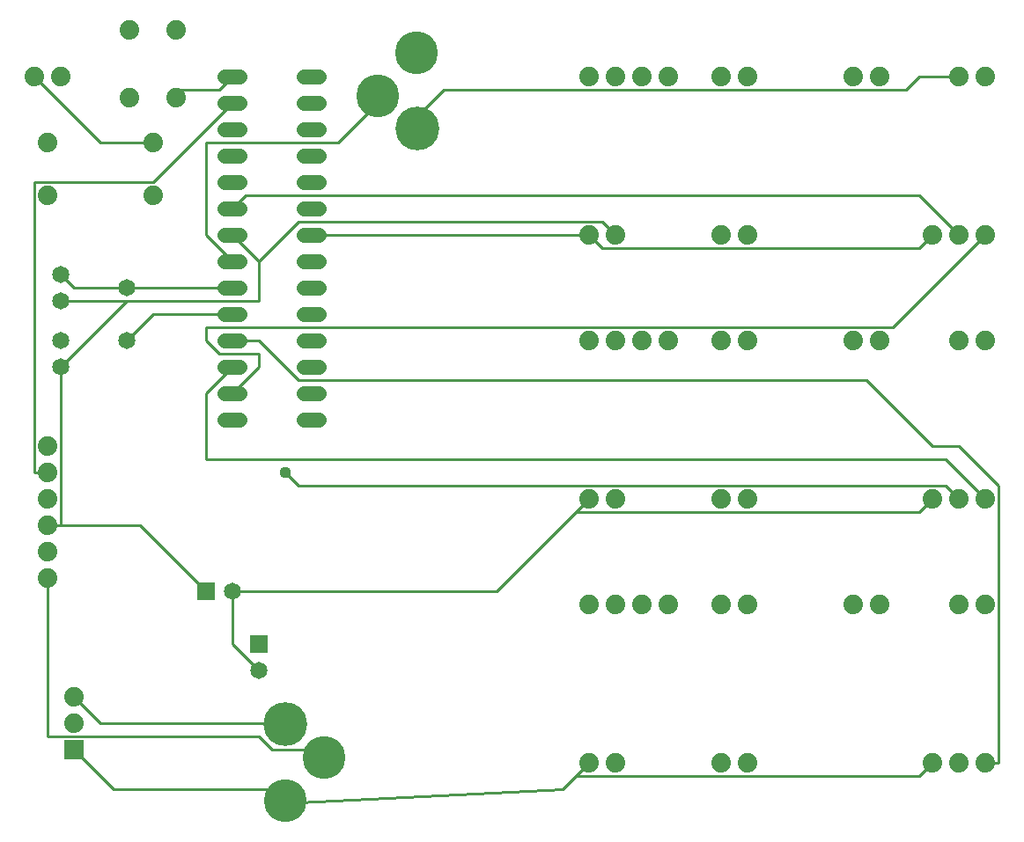
<source format=gbl>
G75*
G70*
%OFA0B0*%
%FSLAX24Y24*%
%IPPOS*%
%LPD*%
%AMOC8*
5,1,8,0,0,1.08239X$1,22.5*
%
%ADD10C,0.0560*%
%ADD11C,0.0650*%
%ADD12C,0.1660*%
%ADD13C,0.1620*%
%ADD14R,0.0740X0.0740*%
%ADD15C,0.0740*%
%ADD16R,0.0650X0.0650*%
%ADD17C,0.0100*%
%ADD18C,0.0440*%
D10*
X008321Y017502D02*
X008881Y017502D01*
X008881Y018502D02*
X008321Y018502D01*
X008321Y019502D02*
X008881Y019502D01*
X008881Y020502D02*
X008321Y020502D01*
X008321Y021502D02*
X008881Y021502D01*
X008881Y022502D02*
X008321Y022502D01*
X008321Y023502D02*
X008881Y023502D01*
X008881Y024502D02*
X008321Y024502D01*
X008321Y025502D02*
X008881Y025502D01*
X008881Y026502D02*
X008321Y026502D01*
X008321Y027502D02*
X008881Y027502D01*
X008881Y028502D02*
X008321Y028502D01*
X008321Y029502D02*
X008881Y029502D01*
X008881Y030502D02*
X008321Y030502D01*
X011321Y030502D02*
X011881Y030502D01*
X011881Y029502D02*
X011321Y029502D01*
X011321Y028502D02*
X011881Y028502D01*
X011881Y027502D02*
X011321Y027502D01*
X011321Y026502D02*
X011881Y026502D01*
X011881Y025502D02*
X011321Y025502D01*
X011321Y024502D02*
X011881Y024502D01*
X011881Y023502D02*
X011321Y023502D01*
X011321Y022502D02*
X011881Y022502D01*
X011881Y021502D02*
X011321Y021502D01*
X011321Y020502D02*
X011881Y020502D01*
X011881Y019502D02*
X011321Y019502D01*
X011321Y018502D02*
X011881Y018502D01*
X011881Y017502D02*
X011321Y017502D01*
D11*
X004601Y020502D03*
X004601Y022502D03*
X002101Y023002D03*
X002101Y022002D03*
X002101Y020502D03*
X002101Y019502D03*
X008601Y011002D03*
X009601Y008002D03*
D12*
X010601Y005965D03*
X015601Y028538D03*
D13*
X014120Y029789D03*
X015591Y031420D03*
X012082Y004714D03*
X010611Y003083D03*
D14*
X002601Y005002D03*
D15*
X002601Y006002D03*
X002601Y007002D03*
X001601Y011502D03*
X001601Y012502D03*
X001601Y013502D03*
X001601Y014502D03*
X001601Y015502D03*
X001601Y016502D03*
X001601Y026002D03*
X001601Y028002D03*
X002101Y030502D03*
X001101Y030502D03*
X004711Y029722D03*
X006491Y029722D03*
X005601Y028002D03*
X005601Y026002D03*
X006491Y032282D03*
X004711Y032282D03*
X022101Y030502D03*
X023101Y030502D03*
X024101Y030502D03*
X025101Y030502D03*
X027101Y030502D03*
X028101Y030502D03*
X032101Y030502D03*
X033101Y030502D03*
X036101Y030502D03*
X037101Y030502D03*
X037101Y024502D03*
X036101Y024502D03*
X035101Y024502D03*
X036101Y020502D03*
X037101Y020502D03*
X033101Y020502D03*
X032101Y020502D03*
X028101Y020502D03*
X027101Y020502D03*
X025101Y020502D03*
X024101Y020502D03*
X023101Y020502D03*
X022101Y020502D03*
X022101Y024502D03*
X023101Y024502D03*
X027101Y024502D03*
X028101Y024502D03*
X028101Y014502D03*
X027101Y014502D03*
X023101Y014502D03*
X022101Y014502D03*
X022101Y010502D03*
X023101Y010502D03*
X024101Y010502D03*
X025101Y010502D03*
X027101Y010502D03*
X028101Y010502D03*
X032101Y010502D03*
X033101Y010502D03*
X036101Y010502D03*
X037101Y010502D03*
X037101Y014502D03*
X036101Y014502D03*
X035101Y014502D03*
X035101Y004502D03*
X036101Y004502D03*
X037101Y004502D03*
X028101Y004502D03*
X027101Y004502D03*
X023101Y004502D03*
X022101Y004502D03*
D16*
X009601Y009002D03*
X007601Y011002D03*
D17*
X010601Y003502D02*
X004101Y003502D01*
X002601Y005002D01*
X001601Y005502D02*
X009601Y005502D01*
X010101Y005002D01*
X011601Y005002D01*
X012082Y004714D01*
X010601Y003502D02*
X010611Y003083D01*
X011101Y003002D01*
X021101Y003502D01*
X021601Y004002D01*
X034601Y004002D01*
X035101Y004502D01*
X037101Y004502D02*
X037601Y004502D01*
X037601Y015002D01*
X036101Y016502D01*
X035101Y016502D01*
X032601Y019002D01*
X011101Y019002D01*
X009601Y020502D01*
X008601Y020502D01*
X008101Y020002D02*
X007601Y020502D01*
X007601Y021002D01*
X033601Y021002D01*
X037101Y024502D01*
X036101Y024502D02*
X034601Y026002D01*
X009101Y026002D01*
X008601Y025502D01*
X008601Y024502D02*
X009601Y023502D01*
X011101Y025002D01*
X022601Y025002D01*
X023101Y024502D01*
X022601Y024002D02*
X022101Y024502D01*
X011601Y024502D01*
X009601Y023502D02*
X009601Y022002D01*
X004601Y022002D01*
X002101Y019502D01*
X002101Y013502D01*
X005101Y013502D01*
X007601Y011002D01*
X008601Y011002D02*
X018601Y011002D01*
X021601Y014002D01*
X034601Y014002D01*
X035101Y014502D01*
X035601Y015002D02*
X036101Y014502D01*
X035601Y015002D02*
X011101Y015002D01*
X010601Y015502D01*
X007601Y016002D02*
X035601Y016002D01*
X037101Y014502D01*
X034601Y024002D02*
X022601Y024002D01*
X016601Y030002D02*
X034101Y030002D01*
X034601Y030502D01*
X036101Y030502D01*
X035101Y024502D02*
X034601Y024002D01*
X022101Y014502D02*
X021601Y014002D01*
X022101Y004502D02*
X021601Y004002D01*
X010601Y005965D02*
X010601Y006002D01*
X003601Y006002D01*
X002601Y007002D01*
X001601Y005502D02*
X001601Y011502D01*
X001601Y013502D02*
X002101Y013502D01*
X001601Y015502D02*
X001101Y015502D01*
X001101Y026502D01*
X005601Y026502D01*
X008601Y029502D01*
X008101Y030002D02*
X006601Y030002D01*
X006491Y029722D01*
X008101Y030002D02*
X008601Y030502D01*
X007601Y028002D02*
X012601Y028002D01*
X014101Y029502D01*
X014120Y029789D01*
X015601Y029002D02*
X015601Y028538D01*
X015601Y029002D02*
X016601Y030002D01*
X008601Y023502D02*
X007601Y024502D01*
X007601Y028002D01*
X005601Y028002D02*
X003601Y028002D01*
X001101Y030502D01*
X002101Y023002D02*
X002601Y022502D01*
X004601Y022502D01*
X008601Y022502D01*
X008601Y021502D02*
X005601Y021502D01*
X004601Y020502D01*
X004601Y022002D02*
X002101Y022002D01*
X007601Y018502D02*
X007601Y016002D01*
X007601Y018502D02*
X008601Y019502D01*
X008101Y020002D02*
X009601Y020002D01*
X009601Y019502D01*
X008601Y018502D01*
X008601Y011002D02*
X008601Y009002D01*
X009601Y008002D01*
D18*
X010601Y015502D03*
M02*

</source>
